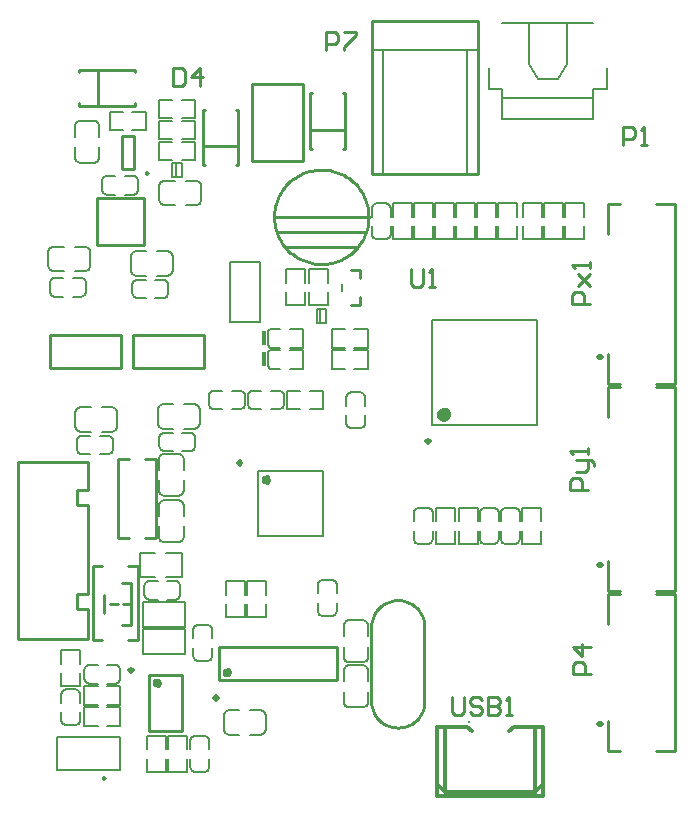
<source format=gto>
G04 Layer_Color=65535*
%FSLAX25Y25*%
%MOIN*%
G70*
G01*
G75*
%ADD10C,0.01000*%
%ADD55C,0.00787*%
%ADD56C,0.00984*%
%ADD57C,0.00984*%
%ADD58C,0.01181*%
%ADD59C,0.01575*%
%ADD60C,0.01969*%
%ADD61C,0.02362*%
%ADD62R,0.01181X0.04724*%
D10*
X442248Y381500D02*
X442216Y382499D01*
X442121Y383494D01*
X441963Y384480D01*
X441743Y385455D01*
X441462Y386414D01*
X441120Y387353D01*
X440719Y388268D01*
X440261Y389157D01*
X439748Y390014D01*
X439181Y390837D01*
X438564Y391623D01*
X437897Y392367D01*
X437185Y393068D01*
X436430Y393723D01*
X435635Y394328D01*
X434803Y394882D01*
X433937Y395381D01*
X433042Y395825D01*
X432120Y396211D01*
X431176Y396538D01*
X430213Y396804D01*
X429235Y397009D01*
X428245Y397151D01*
X427249Y397230D01*
X426250Y397246D01*
X425252Y397199D01*
X424259Y397088D01*
X423275Y396914D01*
X422304Y396679D01*
X421349Y396382D01*
X420416Y396025D01*
X419507Y395610D01*
X418626Y395138D01*
X417777Y394611D01*
X416963Y394032D01*
X416187Y393402D01*
X415453Y392723D01*
X414764Y392000D01*
X414121Y391235D01*
X413529Y390430D01*
X412989Y389589D01*
X412503Y388716D01*
X412073Y387814D01*
X411702Y386886D01*
X411390Y385937D01*
X411139Y384969D01*
X410950Y383988D01*
X410823Y382997D01*
X410760Y382000D01*
Y381000D01*
X410823Y380003D01*
X410950Y379012D01*
X411139Y378030D01*
X411390Y377063D01*
X411702Y376114D01*
X412073Y375186D01*
X412503Y374284D01*
X412989Y373411D01*
X413529Y372570D01*
X414121Y371765D01*
X414764Y371000D01*
X415453Y370276D01*
X416187Y369598D01*
X416963Y368968D01*
X417777Y368389D01*
X418626Y367862D01*
X419507Y367390D01*
X420416Y366975D01*
X421349Y366618D01*
X422304Y366321D01*
X423275Y366086D01*
X424259Y365912D01*
X425252Y365802D01*
X426250Y365754D01*
X427249Y365770D01*
X428245Y365849D01*
X429235Y365991D01*
X430213Y366196D01*
X431176Y366462D01*
X432120Y366789D01*
X433042Y367175D01*
X433937Y367619D01*
X434803Y368119D01*
X435635Y368672D01*
X436430Y369277D01*
X437185Y369932D01*
X437897Y370633D01*
X438564Y371377D01*
X439181Y372163D01*
X439748Y372986D01*
X440261Y373843D01*
X440719Y374731D01*
X441120Y375647D01*
X441462Y376586D01*
X441743Y377545D01*
X441963Y378520D01*
X442121Y379506D01*
X442216Y380501D01*
X442248Y381500D01*
X443150Y220100D02*
X443206Y219109D01*
X443372Y218131D01*
X443647Y217177D01*
X444026Y216260D01*
X444507Y215391D01*
X445081Y214582D01*
X445742Y213842D01*
X446482Y213181D01*
X447292Y212607D01*
X448160Y212126D01*
X449077Y211747D01*
X450031Y211472D01*
X451009Y211306D01*
X452000Y211250D01*
X452991Y211306D01*
X453969Y211472D01*
X454923Y211747D01*
X455840Y212126D01*
X456708Y212607D01*
X457518Y213181D01*
X458258Y213842D01*
X458919Y214582D01*
X459493Y215391D01*
X459974Y216260D01*
X460353Y217177D01*
X460628Y218131D01*
X460794Y219109D01*
X460850Y220100D01*
Y244900D02*
X460794Y245891D01*
X460628Y246869D01*
X460353Y247823D01*
X459974Y248740D01*
X459493Y249608D01*
X458919Y250418D01*
X458258Y251158D01*
X457518Y251819D01*
X456708Y252394D01*
X455840Y252873D01*
X454923Y253253D01*
X453969Y253528D01*
X452991Y253694D01*
X452000Y253750D01*
X451009Y253694D01*
X450031Y253528D01*
X449077Y253253D01*
X448160Y252873D01*
X447292Y252394D01*
X446482Y251819D01*
X445742Y251158D01*
X445081Y250418D01*
X444507Y249608D01*
X444026Y248740D01*
X443647Y247823D01*
X443372Y246869D01*
X443206Y245891D01*
X443150Y244900D01*
X478717Y395819D02*
Y446937D01*
X443284D02*
X478717D01*
X443284Y395819D02*
Y446937D01*
Y395819D02*
X478717D01*
X420500Y400216D02*
Y425716D01*
X403500Y400216D02*
X420500D01*
X403500D02*
Y425716D01*
X420500D01*
X411000Y381500D02*
X442000D01*
X412000Y376500D02*
X441500D01*
X415000Y371500D02*
X438500D01*
X358701Y300661D02*
X358701Y274480D01*
X362244D01*
X358701Y300661D02*
X362244D01*
X367756Y274480D02*
X371299D01*
X367756Y300661D02*
X371299D01*
X371299Y274480D01*
X460850Y220100D02*
Y244900D01*
X443150Y220100D02*
Y244900D01*
X363689Y330988D02*
Y342012D01*
Y330988D02*
X387311D01*
Y342012D01*
X363689D02*
X387311D01*
X336189Y330988D02*
Y342012D01*
Y330988D02*
X359811D01*
Y342012D01*
X336189D02*
X359811D01*
X360000Y397488D02*
X363937D01*
X360000Y408512D02*
X363937D01*
Y397488D02*
Y408512D01*
X360000Y397488D02*
Y408512D01*
X431587Y226988D02*
Y238012D01*
X392413Y226988D02*
Y238012D01*
X431587D01*
X392413Y226988D02*
X431587D01*
X368988Y210051D02*
X380012D01*
X368988Y228949D02*
X380012D01*
Y210051D02*
Y228949D01*
X368988Y210051D02*
Y228949D01*
X360400Y252500D02*
X363000D01*
X356000D02*
X358600D01*
X354000Y249600D02*
Y255500D01*
X360100Y259500D02*
X363000D01*
Y245500D02*
Y259500D01*
X360100Y245500D02*
X363000D01*
X365480Y240341D02*
Y265144D01*
X350520Y240341D02*
Y265144D01*
X362200D02*
X365480D01*
X362200Y240341D02*
X365480D01*
X350520Y265144D02*
X353400D01*
X350520Y240341D02*
X353400D01*
X522000Y203472D02*
X526000D01*
X522000D02*
Y213472D01*
Y245724D02*
Y255724D01*
X526000D01*
X538000Y203472D02*
X544500D01*
X538000Y255724D02*
X544500D01*
Y203472D02*
Y255724D01*
X351787Y372126D02*
Y387874D01*
Y372126D02*
X367535D01*
Y387874D01*
X351787D02*
X367535D01*
X344905Y285382D02*
X348600D01*
X344905Y255854D02*
X348700D01*
Y285382D01*
X348800Y240894D02*
Y250736D01*
X348700Y290500D02*
Y299949D01*
X325400Y240894D02*
Y299949D01*
X348700D01*
X325400Y240894D02*
X348800D01*
X344905Y290500D02*
X348700D01*
X344905Y285382D02*
Y290500D01*
Y250736D02*
X348800D01*
X344905D02*
Y255854D01*
X387063Y417252D02*
X387850D01*
X398087D02*
X398874D01*
X398087Y398748D02*
X398874D01*
X387063D02*
X387850D01*
X387063D02*
Y417252D01*
Y405047D02*
X398874D01*
Y398748D02*
Y417252D01*
X422594Y422752D02*
X423382D01*
X433618D02*
X434406D01*
X433618Y404248D02*
X434406D01*
X422594D02*
X423382D01*
X422594D02*
Y422752D01*
Y410547D02*
X434406D01*
Y404248D02*
Y422752D01*
X364252Y429618D02*
Y430406D01*
Y418595D02*
Y419382D01*
X345748Y418595D02*
Y419382D01*
Y429618D02*
Y430406D01*
X364252D01*
X352047Y418595D02*
Y430406D01*
X345748Y418595D02*
X364252D01*
X522000Y325776D02*
X526000D01*
X522000D02*
Y335776D01*
Y375902D02*
Y385902D01*
X526000D01*
X538000Y325776D02*
X544500D01*
X538000Y385902D02*
X544500D01*
Y325776D02*
Y385902D01*
Y256724D02*
Y324724D01*
X538000D02*
X544500D01*
X538000Y256724D02*
X544500D01*
X522000Y324724D02*
X526000D01*
X522000Y314724D02*
Y324724D01*
Y256724D02*
Y266724D01*
Y256724D02*
X526000D01*
X439559Y361150D02*
Y363748D01*
X436350D02*
X439559D01*
X436350Y352252D02*
X439559D01*
Y354850D01*
Y352252D02*
Y354850D01*
Y352252D02*
Y354850D01*
X428000Y437000D02*
Y442998D01*
X430999D01*
X431999Y441998D01*
Y439999D01*
X430999Y438999D01*
X428000D01*
X433998Y442998D02*
X437997D01*
Y441998D01*
X433998Y438000D01*
Y437000D01*
X470051Y221498D02*
Y216500D01*
X471051Y215500D01*
X473050D01*
X474050Y216500D01*
Y221498D01*
X480048Y220498D02*
X479048Y221498D01*
X477049D01*
X476049Y220498D01*
Y219499D01*
X477049Y218499D01*
X479048D01*
X480048Y217499D01*
Y216500D01*
X479048Y215500D01*
X477049D01*
X476049Y216500D01*
X482047Y221498D02*
Y215500D01*
X485046D01*
X486046Y216500D01*
Y217499D01*
X485046Y218499D01*
X482047D01*
X485046D01*
X486046Y219499D01*
Y220498D01*
X485046Y221498D01*
X482047D01*
X488045Y215500D02*
X490045D01*
X489045D01*
Y221498D01*
X488045Y220498D01*
X516500Y229000D02*
X510502D01*
Y231999D01*
X511502Y232999D01*
X513501D01*
X514501Y231999D01*
Y229000D01*
X516500Y237997D02*
X510502D01*
X513501Y234998D01*
Y238997D01*
X377000Y430998D02*
Y425000D01*
X379999D01*
X380999Y426000D01*
Y429998D01*
X379999Y430998D01*
X377000D01*
X385997Y425000D02*
Y430998D01*
X382998Y427999D01*
X386997D01*
X527000Y405500D02*
Y411498D01*
X529999D01*
X530999Y410498D01*
Y408499D01*
X529999Y407499D01*
X527000D01*
X532998Y405500D02*
X534997D01*
X533998D01*
Y411498D01*
X532998Y410498D01*
X516000Y352500D02*
X510002D01*
Y355499D01*
X511002Y356499D01*
X513001D01*
X514001Y355499D01*
Y352500D01*
X512001Y358498D02*
X516000Y362497D01*
X514001Y360497D01*
X512001Y362497D01*
X516000Y358498D01*
Y364496D02*
Y366495D01*
Y365496D01*
X510002D01*
X511002Y364496D01*
X515500Y290500D02*
X509502D01*
Y293499D01*
X510502Y294499D01*
X512501D01*
X513501Y293499D01*
Y290500D01*
X511501Y296498D02*
X514500D01*
X515500Y297498D01*
Y300497D01*
X516500D01*
X517499Y299497D01*
Y298497D01*
X515500Y300497D02*
X511501D01*
X515500Y302496D02*
Y304496D01*
Y303496D01*
X509502D01*
X510502Y302496D01*
X456250Y364248D02*
Y359250D01*
X457250Y358250D01*
X459249D01*
X460249Y359250D01*
Y364248D01*
X462248Y358250D02*
X464247D01*
X463248D01*
Y364248D01*
X462248Y363248D01*
D55*
X383890Y235032D02*
X384351Y233918D01*
X385465Y233457D01*
X388535D02*
X389649Y233918D01*
X390110Y235032D01*
X390110Y243969D02*
X389649Y245082D01*
X388535Y245543D01*
X385465Y245543D02*
X384351Y245082D01*
X383890Y243969D01*
X382968Y303390D02*
X384082Y303851D01*
X384543Y304965D01*
Y308035D02*
X384082Y309149D01*
X382968Y309610D01*
X374031Y309610D02*
X372918Y309149D01*
X372457Y308035D01*
X372457Y304965D02*
X372918Y303851D01*
X374031Y303390D01*
X372031Y312500D02*
X372493Y311386D01*
X373606Y310925D01*
X373606Y319075D02*
X372493Y318614D01*
X372031Y317500D01*
X385968Y317500D02*
X385507Y318614D01*
X384394Y319075D01*
X384394Y310925D02*
X385507Y311386D01*
X385968Y312500D01*
X373969Y354390D02*
X375082Y354851D01*
X375543Y355965D01*
Y359035D02*
X375082Y360149D01*
X373969Y360610D01*
X365032Y360610D02*
X363918Y360149D01*
X363457Y359035D01*
X363457Y355965D02*
X363918Y354851D01*
X365032Y354390D01*
X363032Y363500D02*
X363493Y362386D01*
X364606Y361925D01*
X364606Y370075D02*
X363493Y369614D01*
X363032Y368500D01*
X376969Y368500D02*
X376507Y369614D01*
X375394Y370075D01*
X375394Y361925D02*
X376507Y362386D01*
X376969Y363500D01*
X355469Y302390D02*
X356582Y302851D01*
X357043Y303965D01*
Y307035D02*
X356582Y308149D01*
X355469Y308610D01*
X346532Y308610D02*
X345418Y308149D01*
X344957Y307035D01*
X344957Y303965D02*
X345418Y302851D01*
X346532Y302390D01*
X344531Y311500D02*
X344993Y310386D01*
X346106Y309925D01*
X346106Y318075D02*
X344993Y317614D01*
X344531Y316500D01*
X358469Y316500D02*
X358007Y317614D01*
X356894Y318075D01*
X356894Y309925D02*
X358007Y310386D01*
X358469Y311500D01*
X346468Y354890D02*
X347582Y355351D01*
X348043Y356465D01*
Y359535D02*
X347582Y360649D01*
X346468Y361110D01*
X337531Y361110D02*
X336418Y360649D01*
X335957Y359535D01*
X335957Y356465D02*
X336418Y355351D01*
X337531Y354890D01*
X335531Y365000D02*
X335993Y363886D01*
X337106Y363425D01*
X337106Y371575D02*
X335993Y371113D01*
X335531Y370000D01*
X349468Y370000D02*
X349007Y371114D01*
X347894Y371575D01*
X347894Y363425D02*
X349007Y363886D01*
X349468Y365000D01*
X350969Y399532D02*
X352082Y399993D01*
X352543Y401106D01*
X344394Y401106D02*
X344855Y399993D01*
X345969Y399532D01*
X345969Y413469D02*
X344855Y413007D01*
X344394Y411894D01*
X352543Y411894D02*
X352082Y413007D01*
X350969Y413469D01*
X363937Y388890D02*
X365051Y389351D01*
X365512Y390465D01*
Y393535D02*
X365051Y394649D01*
X363937Y395110D01*
X355000Y395110D02*
X353886Y394649D01*
X353425Y393535D01*
X353425Y390465D02*
X353886Y389351D01*
X355000Y388890D01*
X372500Y387000D02*
X372961Y385886D01*
X374075Y385425D01*
X374075Y393575D02*
X372961Y393113D01*
X372500Y392000D01*
X386437Y392000D02*
X385976Y393114D01*
X384862Y393575D01*
X384862Y385425D02*
X385976Y385886D01*
X386437Y387000D01*
X403532Y323610D02*
X402418Y323149D01*
X401957Y322035D01*
Y318965D02*
X402418Y317851D01*
X403532Y317390D01*
X412468Y317390D02*
X413582Y317851D01*
X414043Y318965D01*
X414043Y322035D02*
X413582Y323149D01*
X412468Y323610D01*
X399468Y317390D02*
X400582Y317851D01*
X401043Y318965D01*
Y322035D02*
X400582Y323149D01*
X399468Y323610D01*
X390531Y323610D02*
X389418Y323149D01*
X388957Y322035D01*
X388957Y318965D02*
X389418Y317851D01*
X390531Y317390D01*
X431610Y258968D02*
X431149Y260082D01*
X430035Y260543D01*
X426965D02*
X425851Y260082D01*
X425390Y258968D01*
X425390Y250031D02*
X425851Y248918D01*
X426965Y248457D01*
X430035Y248457D02*
X431149Y248918D01*
X431610Y250031D01*
X379000Y273102D02*
X380114Y273564D01*
X380575Y274677D01*
X372425Y274677D02*
X372886Y273564D01*
X374000Y273102D01*
X374000Y287039D02*
X372886Y286578D01*
X372425Y285465D01*
X380575Y285465D02*
X380114Y286578D01*
X379000Y287039D01*
X382890Y198031D02*
X383351Y196918D01*
X384465Y196457D01*
X387535D02*
X388649Y196918D01*
X389110Y198031D01*
X389110Y206968D02*
X388649Y208082D01*
X387535Y208543D01*
X384465Y208543D02*
X383351Y208082D01*
X382890Y206968D01*
X369032Y260110D02*
X367918Y259649D01*
X367457Y258535D01*
Y255465D02*
X367918Y254351D01*
X369032Y253890D01*
X377969Y253890D02*
X379082Y254351D01*
X379543Y255465D01*
X379543Y258535D02*
X379082Y259649D01*
X377969Y260110D01*
X374000Y302468D02*
X372886Y302007D01*
X372425Y300894D01*
X380575Y300894D02*
X380114Y302007D01*
X379000Y302468D01*
X379000Y288531D02*
X380114Y288993D01*
X380575Y290106D01*
X372425Y290106D02*
X372886Y288993D01*
X374000Y288531D01*
X440500Y218032D02*
X441614Y218493D01*
X442075Y219606D01*
X433925Y219606D02*
X434386Y218493D01*
X435500Y218032D01*
X435500Y231968D02*
X434386Y231507D01*
X433925Y230394D01*
X442075Y230394D02*
X441614Y231507D01*
X440500Y231968D01*
X435500Y246969D02*
X434386Y246507D01*
X433925Y245394D01*
X442075Y245394D02*
X441614Y246507D01*
X440500Y246969D01*
X440500Y233032D02*
X441614Y233493D01*
X442075Y234606D01*
X433925Y234606D02*
X434386Y233493D01*
X435500Y233032D01*
X407969Y215500D02*
X407507Y216614D01*
X406394Y217075D01*
X406394Y208925D02*
X407507Y209386D01*
X407969Y210500D01*
X394032Y210500D02*
X394493Y209386D01*
X395606Y208925D01*
X395606Y217075D02*
X394493Y216614D01*
X394032Y215500D01*
X357968Y225890D02*
X359082Y226351D01*
X359543Y227465D01*
Y230535D02*
X359082Y231649D01*
X357968Y232110D01*
X349031Y232110D02*
X347918Y231649D01*
X347457Y230535D01*
X347457Y227465D02*
X347918Y226351D01*
X349031Y225890D01*
X346110Y222468D02*
X345649Y223582D01*
X344535Y224043D01*
X341465D02*
X340351Y223582D01*
X339890Y222468D01*
X339890Y213531D02*
X340351Y212418D01*
X341465Y211957D01*
X344535Y211957D02*
X345649Y212418D01*
X346110Y213531D01*
X444965Y386043D02*
X443851Y385582D01*
X443390Y384469D01*
X449610Y384469D02*
X449149Y385582D01*
X448035Y386043D01*
X448035Y373957D02*
X449149Y374418D01*
X449610Y375532D01*
X443390D02*
X443851Y374418D01*
X444965Y373957D01*
X436465Y323043D02*
X435351Y322582D01*
X434890Y321468D01*
X441110Y321468D02*
X440649Y322582D01*
X439535Y323043D01*
X439535Y310957D02*
X440649Y311418D01*
X441110Y312531D01*
X434890D02*
X435351Y311418D01*
X436465Y310957D01*
X480965Y284543D02*
X479851Y284082D01*
X479390Y282968D01*
X485610Y282968D02*
X485149Y284082D01*
X484035Y284543D01*
X484035Y272457D02*
X485149Y272918D01*
X485610Y274031D01*
X479390D02*
X479851Y272918D01*
X480965Y272457D01*
X487965Y284543D02*
X486851Y284082D01*
X486390Y282968D01*
X492610Y282968D02*
X492149Y284082D01*
X491035Y284543D01*
X491035Y272457D02*
X492149Y272918D01*
X492610Y274031D01*
X486390D02*
X486851Y272918D01*
X487965Y272457D01*
X458965Y284543D02*
X457851Y284082D01*
X457390Y282968D01*
X463610Y282968D02*
X463149Y284082D01*
X462035Y284543D01*
X462035Y272457D02*
X463149Y272918D01*
X463610Y274031D01*
X457390D02*
X457851Y272918D01*
X458965Y272457D01*
X390110Y235032D02*
Y237925D01*
X390110Y241075D02*
Y243969D01*
X383890Y241075D02*
Y243969D01*
X385465Y233457D02*
X388535D01*
X385465Y245543D02*
X388535D01*
X383890Y235032D02*
Y237925D01*
X475000Y395819D02*
Y437094D01*
X443284D02*
X478717D01*
X447000Y395819D02*
Y437094D01*
X396000Y346500D02*
X406000D01*
X396000D02*
Y366500D01*
X406000D01*
Y346500D02*
Y366500D01*
X405252Y275118D02*
Y296772D01*
X426905Y275118D02*
Y296772D01*
X405252D02*
X426905D01*
X405252Y275118D02*
X426905D01*
X380043Y414390D02*
X384512D01*
X372425D02*
X376894D01*
X380043Y420610D02*
X384512D01*
X372425Y414390D02*
Y420610D01*
X384512Y414390D02*
Y420610D01*
X372425D02*
X376894D01*
X380043Y407390D02*
X384512D01*
X372425D02*
X376894D01*
X380043Y413610D02*
X384512D01*
X372425Y407390D02*
Y413610D01*
X384512Y407390D02*
Y413610D01*
X372425D02*
X376894D01*
X372425Y406610D02*
X376894D01*
X380043D02*
X384512D01*
X372425Y400390D02*
X376894D01*
X384512D02*
Y406610D01*
X372425Y400390D02*
Y406610D01*
X380043Y400390D02*
X384512D01*
X363543Y410390D02*
X368012D01*
X355925D02*
X360394D01*
X363543Y416610D02*
X368012D01*
X355925Y410390D02*
Y416610D01*
X368012Y410390D02*
Y416610D01*
X355925D02*
X360394D01*
X366032Y261425D02*
Y269575D01*
X379969Y261425D02*
Y269575D01*
X374772D02*
X379969D01*
X366032D02*
X371228D01*
X366032Y261425D02*
X371228D01*
X374772D02*
X379969D01*
X401890Y247957D02*
Y252425D01*
Y255575D02*
Y260043D01*
X408110Y247957D02*
Y252425D01*
X401890Y260043D02*
X408110D01*
X401890Y247957D02*
X408110D01*
Y255575D02*
Y260043D01*
X422575Y317390D02*
X427043D01*
X414957D02*
X419425D01*
X422575Y323610D02*
X427043D01*
X414957Y317390D02*
Y323610D01*
X427043Y317390D02*
Y323610D01*
X414957D02*
X419425D01*
X394890Y247957D02*
Y252425D01*
Y255575D02*
Y260043D01*
X401110Y247957D02*
Y252425D01*
X394890Y260043D02*
X401110D01*
X394890Y247957D02*
X401110D01*
Y255575D02*
Y260043D01*
X374610Y204075D02*
Y208543D01*
Y196457D02*
Y200925D01*
X368390Y204075D02*
Y208543D01*
Y196457D02*
X374610D01*
X368390Y208543D02*
X374610D01*
X368390Y196457D02*
Y200925D01*
X355075Y211890D02*
X359543D01*
X347457D02*
X351925D01*
X355075Y218110D02*
X359543D01*
X347457Y211890D02*
Y218110D01*
X359543Y211890D02*
Y218110D01*
X347457D02*
X351925D01*
X355075Y218890D02*
X359543D01*
X347457D02*
X351925D01*
X355075Y225110D02*
X359543D01*
X347457Y218890D02*
Y225110D01*
X359543Y218890D02*
Y225110D01*
X347457D02*
X351925D01*
X375390Y196457D02*
Y200925D01*
Y204075D02*
Y208543D01*
X381610Y196457D02*
Y200925D01*
X375390Y208543D02*
X381610D01*
X375390Y196457D02*
X381610D01*
Y204075D02*
Y208543D01*
X346110Y232575D02*
Y237043D01*
Y224957D02*
Y229425D01*
X339890Y232575D02*
Y237043D01*
Y224957D02*
X346110D01*
X339890Y237043D02*
X346110D01*
X339890Y224957D02*
Y229425D01*
X338488Y208012D02*
X359512D01*
X338488Y196988D02*
X359512D01*
X338488D02*
Y208012D01*
X359512Y196988D02*
Y208012D01*
X367032Y244925D02*
X380968D01*
X367032D02*
Y253075D01*
X380968Y244925D02*
Y253075D01*
X367032D02*
X380968D01*
X367032Y235925D02*
X380968D01*
X367032D02*
Y244075D01*
X380968Y235925D02*
Y244075D01*
X367032D02*
X380968D01*
X380043Y394638D02*
Y399362D01*
X376894Y394638D02*
Y399362D01*
X377957Y394638D02*
Y399362D01*
X376894Y394638D02*
X380043D01*
X376894Y399362D02*
X380043D01*
X380075Y309610D02*
X382968D01*
X374031Y309610D02*
X376925D01*
X374031Y303390D02*
X376925D01*
X384543Y304965D02*
Y308035D01*
X372457Y304965D02*
Y308035D01*
X380075Y303390D02*
X382968D01*
X380772Y310925D02*
X384394D01*
X373606D02*
X377228D01*
X373606Y319075D02*
X377228D01*
X372031Y312500D02*
Y317500D01*
X380772Y319075D02*
X384394D01*
X385968Y312500D02*
Y317500D01*
X371075Y360610D02*
X373969D01*
X365032Y360610D02*
X367925D01*
X365032Y354390D02*
X367925D01*
X375543Y355965D02*
Y359035D01*
X363457Y355965D02*
Y359035D01*
X371075Y354390D02*
X373969D01*
X371772Y361925D02*
X375394D01*
X364606D02*
X368228D01*
X364606Y370075D02*
X368228D01*
X363032Y363500D02*
Y368500D01*
X371772Y370075D02*
X375394D01*
X376969Y363500D02*
Y368500D01*
X352575Y308610D02*
X355469D01*
X346532Y308610D02*
X349425D01*
X346532Y302390D02*
X349425D01*
X357043Y303965D02*
Y307035D01*
X344957Y303965D02*
Y307035D01*
X352575Y302390D02*
X355469D01*
X353272Y309925D02*
X356894D01*
X346106D02*
X349728D01*
X346106Y318075D02*
X349728D01*
X344531Y311500D02*
Y316500D01*
X353272Y318075D02*
X356894D01*
X358469Y311500D02*
Y316500D01*
X343575Y361110D02*
X346468D01*
X337531Y361110D02*
X340425D01*
X337531Y354890D02*
X340425D01*
X348043Y356465D02*
Y359535D01*
X335957Y356465D02*
Y359535D01*
X343575Y354890D02*
X346468D01*
X344272Y363425D02*
X347894D01*
X337106D02*
X340728D01*
X337106Y371575D02*
X340728D01*
X335531Y365000D02*
Y370000D01*
X344272Y371575D02*
X347894D01*
X349468Y365000D02*
Y370000D01*
X352543Y408272D02*
Y411894D01*
Y401106D02*
Y404728D01*
X344394Y401106D02*
Y404728D01*
X345969Y399532D02*
X350969D01*
X344394Y408272D02*
Y411894D01*
X345969Y413469D02*
X350969D01*
X361043Y395110D02*
X363937D01*
X355000Y395110D02*
X357894D01*
X355000Y388890D02*
X357894D01*
X365512Y390465D02*
Y393535D01*
X353425Y390465D02*
Y393535D01*
X361043Y388890D02*
X363937D01*
X381240Y385425D02*
X384862D01*
X374075D02*
X377697D01*
X374075Y393575D02*
X377697D01*
X372500Y387000D02*
Y392000D01*
X381240Y393575D02*
X384862D01*
X386437Y387000D02*
Y392000D01*
X403532Y317390D02*
X406425D01*
X409575Y317390D02*
X412468D01*
X409575Y323610D02*
X412468D01*
X401957Y318965D02*
Y322035D01*
X414043Y318965D02*
Y322035D01*
X403532Y323610D02*
X406425D01*
X396575D02*
X399468D01*
X390531Y323610D02*
X393425D01*
X390531Y317390D02*
X393425D01*
X401043Y318965D02*
Y322035D01*
X388957Y318965D02*
Y322035D01*
X396575Y317390D02*
X399468D01*
X425390Y256075D02*
Y258968D01*
X425390Y250031D02*
Y252925D01*
X431610Y250031D02*
Y252925D01*
X426965Y260543D02*
X430035D01*
X426965Y248457D02*
X430035D01*
X431610Y256075D02*
Y258968D01*
X380575Y281842D02*
Y285465D01*
Y274677D02*
Y278299D01*
X372425Y274677D02*
Y278299D01*
X374000Y273102D02*
X379000D01*
X372425Y281842D02*
Y285465D01*
X374000Y287039D02*
X379000D01*
X389110Y198031D02*
Y200925D01*
X389110Y204075D02*
Y206968D01*
X382890Y204075D02*
Y206968D01*
X384465Y196457D02*
X387535D01*
X384465Y208543D02*
X387535D01*
X382890Y198031D02*
Y200925D01*
X369032Y253890D02*
X371925D01*
X375075Y253890D02*
X377969D01*
X375075Y260110D02*
X377969D01*
X367457Y255465D02*
Y258535D01*
X379543Y255465D02*
Y258535D01*
X369032Y260110D02*
X371925D01*
X372425Y290106D02*
Y293728D01*
Y297272D02*
Y300894D01*
X380575Y297272D02*
Y300894D01*
X374000Y302468D02*
X379000D01*
X380575Y290106D02*
Y293728D01*
X374000Y288531D02*
X379000D01*
X442075Y226772D02*
Y230394D01*
Y219606D02*
Y223228D01*
X433925Y219606D02*
Y223228D01*
X435500Y218032D02*
X440500D01*
X433925Y226772D02*
Y230394D01*
X435500Y231968D02*
X440500D01*
X433925Y234606D02*
Y238228D01*
Y241772D02*
Y245394D01*
X442075Y241772D02*
Y245394D01*
X435500Y246969D02*
X440500D01*
X442075Y234606D02*
Y238228D01*
X435500Y233032D02*
X440500D01*
X395606Y217075D02*
X399228D01*
X402772D02*
X406394D01*
X402772Y208925D02*
X406394D01*
X407969Y210500D02*
Y215500D01*
X395606Y208925D02*
X399228D01*
X394032Y210500D02*
Y215500D01*
X355075Y232110D02*
X357968D01*
X349031Y232110D02*
X351925D01*
X349031Y225890D02*
X351925D01*
X359543Y227465D02*
Y230535D01*
X347457Y227465D02*
Y230535D01*
X355075Y225890D02*
X357968D01*
X339890Y219575D02*
Y222468D01*
X339890Y213531D02*
Y216425D01*
X346110Y213531D02*
Y216425D01*
X341465Y224043D02*
X344535D01*
X341465Y211957D02*
X344535D01*
X346110Y219575D02*
Y222468D01*
X443390Y375532D02*
Y378425D01*
X444965Y386043D02*
X448035D01*
X444965Y373957D02*
X448035D01*
X443390Y381575D02*
Y384469D01*
X449610Y381575D02*
Y384469D01*
X449610Y375532D02*
Y378425D01*
X434890Y312531D02*
Y315425D01*
X436465Y323043D02*
X439535D01*
X436465Y310957D02*
X439535D01*
X434890Y318575D02*
Y321468D01*
X441110Y318575D02*
Y321468D01*
X441110Y312531D02*
Y315425D01*
X479390Y274031D02*
Y276925D01*
X480965Y284543D02*
X484035D01*
X480965Y272457D02*
X484035D01*
X479390Y280075D02*
Y282968D01*
X485610Y280075D02*
Y282968D01*
X485610Y274031D02*
Y276925D01*
X486390Y274031D02*
Y276925D01*
X487965Y284543D02*
X491035D01*
X487965Y272457D02*
X491035D01*
X486390Y280075D02*
Y282968D01*
X492610Y280075D02*
Y282968D01*
X492610Y274031D02*
Y276925D01*
X457390Y274031D02*
Y276925D01*
X458965Y284543D02*
X462035D01*
X458965Y272457D02*
X462035D01*
X457390Y280075D02*
Y282968D01*
X463610Y280075D02*
Y282968D01*
X463610Y274031D02*
Y276925D01*
X424925Y350862D02*
X428075D01*
X424925Y346138D02*
X428075D01*
X425988D02*
Y350862D01*
X424925Y346138D02*
Y350862D01*
X428075Y346138D02*
Y350862D01*
X416043Y337890D02*
X420512D01*
X409350D02*
X412894D01*
X416043Y344110D02*
X420512D01*
X408563Y338650D02*
Y343350D01*
X420512Y337890D02*
Y344110D01*
X409350D02*
X412894D01*
X408563Y343350D02*
X409350Y344110D01*
X408563Y338650D02*
X409350Y337890D01*
X416043Y330890D02*
X420512D01*
X409350D02*
X412894D01*
X416043Y337110D02*
X420512D01*
X408563Y331650D02*
Y336350D01*
X420512Y330890D02*
Y337110D01*
X409350D02*
X412894D01*
X408563Y336350D02*
X409350Y337110D01*
X408563Y331650D02*
X409350Y330890D01*
X486842Y446000D02*
X517158D01*
X486842Y414000D02*
X517158D01*
Y423953D02*
X521685D01*
Y431000D01*
X482315Y423953D02*
X486842D01*
X482315D02*
Y431000D01*
X486842Y421000D02*
X517158D01*
X503378Y427496D02*
X505378D01*
X508378Y432496D01*
Y446000D01*
X495622Y432496D02*
Y446000D01*
Y432496D02*
X498622Y427496D01*
X503378D01*
X517158Y414000D02*
Y423953D01*
X486842Y414000D02*
Y423953D01*
X433457Y356819D02*
Y359181D01*
X457390Y373957D02*
Y378425D01*
Y386043D02*
X463610D01*
X457390Y373957D02*
X463610D01*
X457390Y381575D02*
Y386043D01*
X463610Y373957D02*
Y378425D01*
Y381575D02*
Y386043D01*
X471390Y373957D02*
Y378425D01*
Y386043D02*
X477610D01*
X471390Y373957D02*
X477610D01*
X471390Y381575D02*
Y386043D01*
X477610Y373957D02*
Y378425D01*
Y381575D02*
Y386043D01*
X485390Y373957D02*
Y378425D01*
Y386043D02*
X491610D01*
X485390Y373957D02*
X491610D01*
X485390Y381575D02*
Y386043D01*
X491610Y373957D02*
Y378425D01*
Y381575D02*
Y386043D01*
X500890Y373957D02*
Y378425D01*
Y386043D02*
X507110D01*
X500890Y373957D02*
X507110D01*
X500890Y381575D02*
Y386043D01*
X507110Y373957D02*
Y378425D01*
Y381575D02*
Y386043D01*
X450390Y373957D02*
Y378425D01*
Y386043D02*
X456610D01*
X450390Y373957D02*
X456610D01*
X450390Y381575D02*
Y386043D01*
X456610Y373957D02*
Y378425D01*
Y381575D02*
Y386043D01*
X464390Y373957D02*
Y378425D01*
Y386043D02*
X470610D01*
X464390Y373957D02*
X470610D01*
X464390Y381575D02*
Y386043D01*
X470610Y373957D02*
Y378425D01*
Y381575D02*
Y386043D01*
X478390Y373957D02*
Y378425D01*
Y386043D02*
X484610D01*
X478390Y373957D02*
X484610D01*
X478390Y381575D02*
Y386043D01*
X484610Y373957D02*
Y378425D01*
Y381575D02*
Y386043D01*
X493890Y373957D02*
Y378425D01*
Y386043D02*
X500110D01*
X493890Y373957D02*
X500110D01*
X493890Y381575D02*
Y386043D01*
X500110Y373957D02*
Y378425D01*
Y381575D02*
Y386043D01*
X507890Y373957D02*
Y378425D01*
Y386043D02*
X514110D01*
X507890Y373957D02*
X514110D01*
X507890Y381575D02*
Y386043D01*
X514110Y373957D02*
Y378425D01*
Y381575D02*
Y386043D01*
X421110Y359575D02*
Y364043D01*
X414890Y351957D02*
X421110D01*
X414890Y364043D02*
X421110D01*
Y351957D02*
Y356425D01*
X414890Y359575D02*
Y364043D01*
Y351957D02*
Y356425D01*
X422390Y351957D02*
Y356425D01*
Y364043D02*
X428610D01*
X422390Y351957D02*
X428610D01*
X422390Y359575D02*
Y364043D01*
X428610Y351957D02*
Y356425D01*
Y359575D02*
Y364043D01*
X464890Y272457D02*
Y276925D01*
Y284543D02*
X471110D01*
X464890Y272457D02*
X471110D01*
X464890Y280075D02*
Y284543D01*
X471110Y272457D02*
Y276925D01*
Y280075D02*
Y284543D01*
X472390Y272457D02*
Y276925D01*
Y284543D02*
X478610D01*
X472390Y272457D02*
X478610D01*
X472390Y280075D02*
Y284543D01*
X478610Y272457D02*
Y276925D01*
Y280075D02*
Y284543D01*
X493390Y272457D02*
Y276925D01*
Y284543D02*
X499610D01*
X493390Y272457D02*
X499610D01*
X493390Y280075D02*
Y284543D01*
X499610Y272457D02*
Y276925D01*
Y280075D02*
Y284543D01*
X437543Y337890D02*
X442012D01*
X429925D02*
Y344110D01*
X442012Y337890D02*
Y344110D01*
X429925Y337890D02*
X434394D01*
X437543Y344110D02*
X442012D01*
X429925D02*
X434394D01*
X437543Y330890D02*
X442012D01*
X429925D02*
Y337110D01*
X442012Y330890D02*
Y337110D01*
X429925Y330890D02*
X434394D01*
X437543Y337110D02*
X442012D01*
X429925D02*
X434394D01*
X498520Y311980D02*
Y347020D01*
X463480Y311980D02*
Y347020D01*
X498520D01*
X463480Y311980D02*
X498520D01*
D56*
X475566Y213000D02*
D03*
D57*
X368760Y396110D02*
X368022Y396536D01*
Y395684D01*
X368760Y396110D01*
X354492Y194429D02*
X353754Y194855D01*
Y194003D01*
X354492Y194429D01*
D58*
X399839Y299528D02*
X399248Y300118D01*
X398657Y299528D01*
X399248Y298937D01*
X399839Y299528D01*
X391921Y221083D02*
X391331Y221673D01*
X390740Y221083D01*
X391331Y220492D01*
X391921Y221083D01*
X363673Y230327D02*
X363083Y230917D01*
X362492Y230327D01*
X363083Y229736D01*
X363673Y230327D01*
X462693Y306665D02*
X462102Y307256D01*
X461512Y306665D01*
X462102Y306075D01*
X462693Y306665D01*
X465024Y188531D02*
Y194000D01*
Y188531D02*
X500524D01*
X467835Y189689D02*
Y211311D01*
X489157Y210032D02*
X490626Y211500D01*
X475189D02*
X476657Y210032D01*
X497657Y188531D02*
X497713Y211311D01*
X497657Y188531D02*
X497713Y189689D01*
X500524Y188531D02*
Y194500D01*
X465024Y192500D02*
Y211500D01*
Y192500D02*
X467835Y189689D01*
X497713D01*
X500524Y192500D02*
Y211500D01*
X497713Y189689D02*
X500524Y192500D01*
X465024Y211500D02*
X475189D01*
X490626D02*
X500524D01*
D59*
X408894Y293917D02*
X408350Y294666D01*
X407469Y294380D01*
Y293455D01*
X408350Y293168D01*
X408894Y293917D01*
X395858Y229744D02*
X395314Y230493D01*
X394434Y230207D01*
Y229281D01*
X395314Y228995D01*
X395858Y229744D01*
X372532Y226193D02*
X371987Y226942D01*
X371107Y226656D01*
Y225730D01*
X371987Y225444D01*
X372532Y226193D01*
D60*
X519756Y212319D02*
X518968D01*
X519756D01*
Y334622D02*
X518968D01*
X519756D01*
Y265571D02*
X518968D01*
X519756D01*
D61*
X468402Y315721D02*
X467957Y316644D01*
X466958Y316872D01*
X466156Y316233D01*
Y315208D01*
X466958Y314569D01*
X467957Y314797D01*
X468402Y315721D01*
D62*
X407283Y341000D02*
D03*
Y334000D02*
D03*
M02*

</source>
